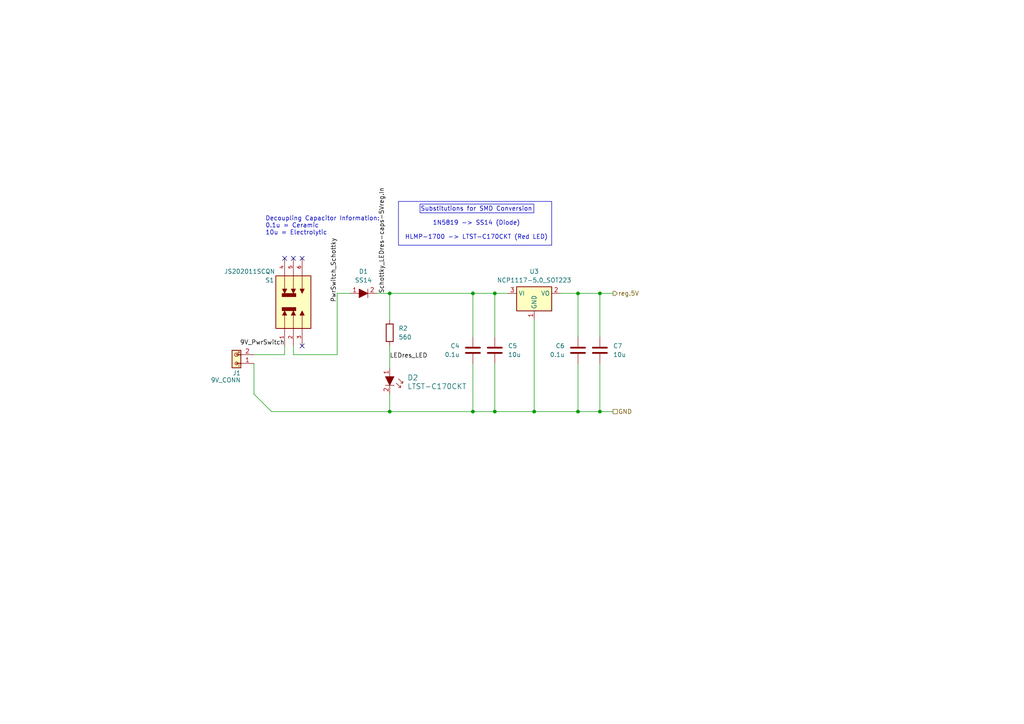
<source format=kicad_sch>
(kicad_sch (version 20231120) (generator "eeschema") (generator_version "8.0")
  (paper "A4")
  (lib_symbols
    (symbol "9VBatteryComponents:Conn_PP3_1" (pin_names (offset 1.016) hide)
      (property "Reference" "J1" (at -4.064 0 90))
      (property "Value" "9V_CONN" (at -6.35 3.048 90))
      (symbol "Conn_PP3_1_0_1"
        (circle (center -1.27 0) (radius 0.4303))
        (polyline (pts (xy -2.2431 -0.7334) (xy -1.7351 -0.7334)))
        (polyline (pts (xy 1.7465 -0.7248) (xy 2.2545 -0.7248)))
        (polyline (pts (xy 2.0005 -0.9788) (xy 2.0005 -0.4708)))
        (polyline (pts (xy 0.762 -0.254) (xy 0.762 0.254) (xy 1.016 0.508) (xy 1.524 0.508) (xy 1.778 0.254) (xy 1.778 -0.254) (xy 1.524 -0.508) (xy 1.016 -0.508) (xy 0.762 -0.254)))
      )
      (symbol "Conn_PP3_1_1_1"
        (polyline private (pts (xy -1.27 2.794) (xy -1.27 6.604) (xy -3.81 9.398)) (stroke (width 0) (type dash_dot)))
        (rectangle (start -2.54 1.27) (end 2.54 -1.27) (stroke (width 0.254)) (fill (type background)))
        (rectangle (start -1.397 -1.27) (end -1.143 0) (stroke (width 0.1524)))
        (polyline private (pts (xy 1.27 2.794) (xy 1.27 6.604) (xy 3.81 9.398)) (stroke (width 0) (type dash_dot)))
        (rectangle (start 1.143 0) (end 1.397 -1.27) (stroke (width 0.1524)))
        (text private "{terminal for 9V's GND}\n" (at -6.096 10.414 0) (effects (font (size 0.4064 0.4064) (thickness 0.0813) (bold yes))))
        (text private "{terminal for 9V's PWR}\n" (at 5.842 10.414 0) (effects (font (size 0.4064 0.4064) (thickness 0.0813) (bold yes))))
        (pin power_out line (at -1.27 -5.08 90) (length 3.81) (name "Pin_1") (number "1"))
        (pin power_out line (at 1.27 -5.08 90) (length 3.81) (name "Pin_2") (number "2"))
      )
    )
    (symbol "Device:C" (pin_numbers hide) (pin_names (offset 0.254))
      (property "Reference" "C" (at 0.635 2.54 0))
      (property "Value" "C" (at 0.635 -2.54 0))
      (symbol "C_0_1"
        (polyline (pts (xy -2.032 -0.762) (xy 2.032 -0.762)) (stroke (width 0.508)))
        (polyline (pts (xy -2.032 0.762) (xy 2.032 0.762)) (stroke (width 0.508)))
      )
      (symbol "C_1_1"
        (pin passive line (at 0 3.81 270) (length 2.794) (name "~") (number "1"))
        (pin passive line (at 0 -3.81 90) (length 2.794) (name "~") (number "2"))
      )
    )
    (symbol "Device:R" (pin_numbers hide) (pin_names (offset 0))
      (property "Reference" "R" (at 2.032 0 90))
      (property "Value" "R" (at 0 0 90))
      (symbol "R_0_1"
        (rectangle (start -1.016 -2.54) (end 1.016 2.54) (stroke (width 0.254)))
      )
      (symbol "R_1_1"
        (pin passive line (at 0 3.81 270) (length 1.27) (name "~") (number "1"))
        (pin passive line (at 0 -3.81 90) (length 1.27) (name "~") (number "2"))
      )
    )
    (symbol "JS202011SCQN:JS202011SCQN" (pin_names (offset 1.016))
      (property "Reference" "S5" (at 6.35 6.858 90))
      (property "Value" "JS202011SCQN" (at 8.89 12.7 90))
      (symbol "JS202011SCQN_0_0"
        (rectangle (start -7.62 -5.08) (end 7.62 5.08) (stroke (width 0.254)) (fill (type background)))
        (polyline (pts (xy -7.62 -2.54) (xy -3.81 -2.54)) (stroke (width 0.1524)))
        (polyline (pts (xy -7.62 0) (xy -3.81 0)) (stroke (width 0.1524)))
        (polyline (pts (xy -7.62 2.54) (xy -3.81 2.54)) (stroke (width 0.1524)))
        (polyline (pts (xy 7.62 -2.54) (xy 3.81 -2.54)) (stroke (width 0.1524)))
        (polyline (pts (xy 7.62 0) (xy 3.81 0)) (stroke (width 0.1524)))
        (polyline (pts (xy 7.62 2.54) (xy 3.81 2.54)) (stroke (width 0.1524)))
        (polyline (pts (xy -3.81 -1.905) (xy -3.81 -3.175) (xy -2.54 -2.54) (xy -3.81 -1.905)) (stroke (width 0.1524)) (fill (type outline)))
        (polyline (pts (xy -3.81 0.635) (xy -3.81 -0.635) (xy -2.54 0) (xy -3.81 0.635)) (stroke (width 0.1524)) (fill (type outline)))
        (polyline (pts (xy -3.81 3.175) (xy -3.81 1.905) (xy -2.54 2.54) (xy -3.81 3.175)) (stroke (width 0.1524)) (fill (type outline)))
        (polyline (pts (xy 3.81 -3.175) (xy 3.81 -1.905) (xy 2.54 -2.54) (xy 3.81 -3.175)) (stroke (width 0.1524)) (fill (type outline)))
        (polyline (pts (xy 3.81 -0.635) (xy 3.81 0.635) (xy 2.54 0) (xy 3.81 -0.635)) (stroke (width 0.1524)) (fill (type outline)))
        (polyline (pts (xy 3.81 1.905) (xy 3.81 3.175) (xy 2.54 2.54) (xy 3.81 1.905)) (stroke (width 0.1524)) (fill (type outline)))
        (polyline (pts (xy -2.54 3.302) (xy -2.54 -0.762) (xy -1.524 -0.762) (xy -1.524 3.302) (xy -2.54 3.302)) (stroke (width 0.0254)) (fill (type outline)))
        (polyline (pts (xy 1.524 3.302) (xy 1.524 -0.762) (xy 2.54 -0.762) (xy 2.54 3.302) (xy 1.524 3.302)) (stroke (width 0.0254)) (fill (type outline)))
        (pin passive line (at -12.7 -2.54 0) (length 5.08) (name "~") (number "3"))
        (pin passive line (at 12.7 2.54 180) (length 5.08) (name "~") (number "4"))
        (pin passive line (at 12.7 0 180) (length 5.08) (name "~") (number "5"))
        (pin passive line (at 12.7 -2.54 180) (length 5.08) (name "~") (number "6"))
      )
      (symbol "JS202011SCQN_1_0"
        (pin power_in line (at -12.7 2.54 0) (length 5.08) (name "~") (number "1"))
        (pin power_out line (at -12.7 0 0) (length 5.08) (name "~") (number "2"))
      )
    )
    (symbol "Regulator_Linear:NCP1117-5.0_SOT223"
      (property "Reference" "U" (at -3.81 3.175 0))
      (property "Value" "NCP1117-5.0_SOT223" (at 0 3.175 0))
      (symbol "NCP1117-5.0_SOT223_0_1"
        (rectangle (start -5.08 -5.08) (end 5.08 1.905) (stroke (width 0.254)) (fill (type background)))
      )
      (symbol "NCP1117-5.0_SOT223_1_1"
        (pin power_in line (at 0 -7.62 90) (length 2.54) (name "GND") (number "1"))
        (pin power_out line (at 7.62 0 180) (length 2.54) (name "VO") (number "2"))
        (pin power_in line (at -7.62 0 0) (length 2.54) (name "VI") (number "3"))
      )
    )
    (symbol "jd2Oscope_diodes:LTST-C170KFKT" (pin_names (offset 0))
      (property "Reference" "D2" (at -2.2226 5.08 90))
      (property "Value" "LTST-C170CKT" (at 0.3174 5.08 90))
      (symbol "LTST-C170KFKT_0_1"
        (polyline (pts (xy -0.635 3.81) (xy -1.905 2.54)))
        (polyline (pts (xy 0 1.27) (xy 0 -1.27)))
        (polyline (pts (xy 0.635 3.175) (xy -0.635 1.905)))
        (polyline (pts (xy -1.27 3.81) (xy -0.635 3.81) (xy -0.635 3.175)))
        (polyline (pts (xy 0 3.175) (xy 0.635 3.175) (xy 0.635 2.54)))
        (polyline (pts (xy -2.54 1.27) (xy -2.54 -1.27) (xy 0 0) (xy -2.54 1.27)) (fill (type outline)))
      )
      (symbol "LTST-C170KFKT_1_1"
        (pin passive line (at -5.08 0 0) (length 2.54) (name "~") (number "1"))
        (pin passive line (at 2.54 0 180) (length 2.54) (name "~") (number "2"))
      )
    )
    (symbol "jd2Oscope_diodes:SS14" (pin_names (offset 1.016))
      (property "Reference" "D1" (at 1.27 -6.35 0))
      (property "Value" "SS14" (at 1.27 -3.81 0))
      (symbol "SS14_0_1"
        (polyline (pts (xy 0 0) (xy 2.54 0)))
        (polyline (pts (xy 0 1.27) (xy 0 -1.27)))
        (polyline (pts (xy 2.54 1.27) (xy 2.54 -1.27) (xy 0 0) (xy 2.54 1.27)) (fill (type outline)))
      )
      (symbol "SS14_1_1"
        (pin power_in line (at 5.08 0 180) (length 2.54) (name "~") (number "1"))
        (pin power_out line (at -2.54 0 0) (length 2.54) (name "~") (number "2"))
      )
    )
  )
  (junction (at 167.64 85.09))
  (junction (at 154.94 119.38))
  (junction (at 167.64 119.38))
  (junction (at 137.16 85.09))
  (junction (at 173.99 119.38))
  (junction (at 143.51 85.09))
  (junction (at 113.03 85.09))
  (junction (at 143.51 119.38))
  (junction (at 137.16 119.38))
  (junction (at 113.03 119.38))
  (junction (at 173.99 85.09))
  (no_connect (at 87.63 74.93))
  (no_connect (at 85.09 74.93))
  (no_connect (at 82.55 74.93))
  (no_connect (at 87.63 100.33))
  (wire (pts (xy 173.99 119.38) (xy 177.8 119.38)))
  (wire (pts (xy 85.09 100.33) (xy 85.09 102.87)))
  (wire (pts (xy 73.66 102.87) (xy 82.55 102.87)))
  (wire (pts (xy 173.99 85.09) (xy 173.99 97.79)))
  (wire (pts (xy 173.99 85.09) (xy 177.8 85.09)))
  (wire (pts (xy 167.64 119.38) (xy 173.99 119.38)))
  (wire (pts (xy 162.56 85.09) (xy 167.64 85.09)))
  (wire (pts (xy 167.64 85.09) (xy 173.99 85.09)))
  (wire (pts (xy 167.64 85.09) (xy 167.64 97.79)))
  (wire (pts (xy 85.09 102.87) (xy 97.79 102.87)))
  (wire (pts (xy 82.55 100.33) (xy 82.55 102.87)))
  (wire (pts (xy 113.03 119.38) (xy 137.16 119.38)))
  (wire (pts (xy 137.16 85.09) (xy 137.16 97.79)))
  (wire (pts (xy 78.74 119.38) (xy 73.66 114.3)))
  (wire (pts (xy 167.64 105.41) (xy 167.64 119.38)))
  (wire (pts (xy 143.51 85.09) (xy 143.51 97.79)))
  (wire (pts (xy 154.94 92.71) (xy 154.94 119.38)))
  (wire (pts (xy 97.79 85.09) (xy 97.79 102.87)))
  (wire (pts (xy 137.16 119.38) (xy 143.51 119.38)))
  (wire (pts (xy 109.22 85.09) (xy 113.03 85.09)))
  (wire (pts (xy 113.03 114.3) (xy 113.03 119.38)))
  (wire (pts (xy 97.79 85.09) (xy 101.6 85.09)))
  (wire (pts (xy 143.51 85.09) (xy 147.32 85.09)))
  (wire (pts (xy 143.51 119.38) (xy 154.94 119.38)))
  (wire (pts (xy 113.03 92.71) (xy 113.03 85.09)))
  (wire (pts (xy 78.74 119.38) (xy 113.03 119.38)))
  (wire (pts (xy 154.94 119.38) (xy 167.64 119.38)))
  (wire (pts (xy 137.16 105.41) (xy 137.16 119.38)))
  (wire (pts (xy 73.66 105.41) (xy 73.66 114.3)))
  (wire (pts (xy 173.99 119.38) (xy 173.99 105.41)))
  (wire (pts (xy 113.03 100.33) (xy 113.03 106.68)))
  (wire (pts (xy 143.51 119.38) (xy 143.51 105.41)))
  (wire (pts (xy 113.03 85.09) (xy 137.16 85.09)))
  (wire (pts (xy 137.16 85.09) (xy 143.51 85.09)))
  (rectangle (start 115.57 58.42) (end 160.02 71.12))
  (rectangle (start 121.822 59.1872) (end 154.842 61.7272))
  (text "Substitutions for SMD Conversion\n\n1N5819 -> SS14 (Diode)\n\nHLMP-1700 -> LTST-C170CKT (Red LED)" (exclude_from_sim yes) (at 138.176 64.77 0) (effects (font (size 1.27 1.27))))
  (text "Decoupling Capacitor Information:\n0.1u = Ceramic\n10u = Electrolytic" (at 76.962 65.532 0) (effects (font (size 1.27 1.27)) (justify left)))
  (label "PwrSwitch_Schottky" (at 97.79 87.63 90) (property "Netclass" "PWR_9V" (effects (hide yes))))
  (label "9V_PwrSwitch" (at 82.55 100.33 180) (property "Netclass" "PWR_9V" (effects (hide yes))))
  (label "Schottky_LEDres-caps-5Vreg.In" (at 111.76 85.09 90) (property "Netclass" "PWR_9V" (effects (hide yes))))
  (label "LEDres_LED" (at 113.03 104.14 0) (property "Netclass" "PWR_9V" (effects (hide yes))))
  (hierarchical_label "GND" (shape passive) (at 177.8 119.38 0))
  (hierarchical_label "reg.5V" (shape output) (at 177.8 85.09 0) (property "Netclass" "PWR_5V" (effects (hide yes))))
  (symbol (lib_id "Device:C") (at 167.64 101.6 0) (mirror x) (unit 1)
    (property "Reference" "C6" (at 163.83 100.3299 0) (effects (justify right)))
    (property "Value" "0.1u" (at 163.83 102.8699 0) (effects (justify right)))
    (property "Footprint" "Capacitor_SMD:C_0603_1608Metric_Pad1.08x0.95mm_HandSolder" (effects (hide yes)))
    (property "Description" "Unpolarized capacitor" (effects (hide yes)))
  )
  (symbol (lib_id "9VBatteryComponents:Conn_PP3_1") (at 68.58 104.14 90) (unit 1)
    (property "Reference" "J1" (at 69.85 108.204 90) (effects (justify left)))
    (property "Value" "9V_CONN" (at 69.85 110.236 90) (effects (justify left)))
    (property "Footprint" "TerminalBlock_RND:TerminalBlock_RND_205-00001_1x02_P5.00mm_Horizontal" (effects (hide yes)))
    (property "Description" "PP3 connector for 9V batteries, single row, 01x02" (effects (hide yes)))
  )
  (symbol (lib_id "Device:C") (at 173.99 101.6 0) (unit 1)
    (property "Reference" "C7" (at 177.8 100.3299 0) (effects (justify left)))
    (property "Value" "10u" (at 177.8 102.8699 0) (effects (justify left)))
    (property "Footprint" "Capacitor_SMD:C_0603_1608Metric_Pad1.08x0.95mm_HandSolder" (effects (hide yes)))
    (property "Description" "Unpolarized capacitor" (effects (hide yes)))
  )
  (symbol (lib_id "Device:C") (at 137.16 101.6 0) (mirror x) (unit 1)
    (property "Reference" "C4" (at 133.35 100.3299 0) (effects (justify right)))
    (property "Value" "0.1u" (at 133.35 102.8699 0) (effects (justify right)))
    (property "Footprint" "Capacitor_SMD:C_0603_1608Metric_Pad1.08x0.95mm_HandSolder" (effects (hide yes)))
    (property "Description" "Unpolarized capacitor" (effects (hide yes)))
  )
  (symbol (lib_id "Device:R") (at 113.03 96.52 0) (unit 1)
    (property "Reference" "R2" (at 115.57 95.2499 0) (effects (justify left)))
    (property "Value" "560" (at 115.57 97.7899 0) (effects (justify left)))
    (property "Footprint" "Resistor_SMD:R_0603_1608Metric_Pad0.98x0.95mm_HandSolder" (effects (hide yes)))
    (property "Description" "Resistor" (effects (hide yes)))
  )
  (symbol (lib_id "jd2Oscope_diodes:LTST-C170KFKT") (at 113.03 111.76 270) (unit 1)
    (property "Reference" "D2" (at 118.11 109.5374 90) (effects (font (size 1.524 1.524)) (justify left)))
    (property "Value" "LTST-C170CKT" (at 118.11 112.0774 90) (effects (font (size 1.524 1.524)) (justify left)))
    (property "Footprint" "LED_SMD:LED_0805_2012Metric" (effects (hide yes)))
    (property "Datasheet" "https://media.digikey.com/pdf/Data%20Sheets/Lite-On%20PDFs/LTST-C170CKT.pdf" (effects (hide yes)))
    (property "Description" "LED RED CLEAR SMD" (effects (hide yes)))
    (property "Digi-Key_PN" "160-1184-1-ND" (effects (hide yes)))
    (property "MPN" "LTST-C170KFKT" (effects (hide yes)))
    (property "Category" "Optoelectronics" (effects (hide yes)))
    (property "Family" "LED Indication - Discrete" (effects (hide yes)))
    (property "DK_Datasheet_Link" "https://media.digikey.com/pdf/Data%20Sheets/Lite-On%20PDFs/LTST-C170CKT.pdf" (effects (hide yes)))
    (property "DK_Detail_Page" "/product-detail/en/lite-on-inc/LTST-C170CKT/160-1413-1-ND/386774" (effects (hide yes)))
    (property "Description_1" "LED RED CLEAR SMD" (effects (hide yes)))
    (property "Manufacturer" "Lite-On Inc." (effects (hide yes)))
    (property "Status" "Active" (effects (hide yes)))
  )
  (symbol (lib_id "Device:C") (at 143.51 101.6 0) (unit 1)
    (property "Reference" "C5" (at 147.32 100.3299 0) (effects (justify left)))
    (property "Value" "10u" (at 147.32 102.8699 0) (effects (justify left)))
    (property "Footprint" "Capacitor_SMD:C_0603_1608Metric_Pad1.08x0.95mm_HandSolder" (effects (hide yes)))
    (property "Description" "Unpolarized capacitor" (effects (hide yes)))
  )
  (symbol (lib_id "Regulator_Linear:NCP1117-5.0_SOT223") (at 154.94 85.09 0) (unit 1)
    (property "Reference" "U3" (at 154.94 78.74 0))
    (property "Value" "NCP1117-5.0_SOT223" (at 154.94 81.28 0))
    (property "Footprint" "Package_TO_SOT_SMD:SOT-223-3_TabPin2" (effects (hide yes)))
    (property "Datasheet" "http://www.onsemi.com/pub_link/Collateral/NCP1117-D.PDF" (effects (hide yes)))
    (property "Description" "1A Low drop-out regulator, Fixed Output 5V, SOT-223" (effects (hide yes)))
  )
  (symbol (lib_id "JS202011SCQN:JS202011SCQN") (at 85.09 87.63 90) (unit 1)
    (property "Reference" "S1" (at 78.232 81.28 90))
    (property "Value" "JS202011SCQN" (at 72.39 78.74 90))
    (property "Footprint" "jd2Oscope_Footprints:SW_JS202011SCQN" (effects (hide yes)))
    (property "MF" "C & K" (effects (hide yes)))
    (property "MAXIMUM_PACKAGE_HEIGHT" "5.5 mm" (effects (hide yes)))
    (property "Package" "None" (effects (hide yes)))
    (property "Price" "None" (effects (hide yes)))
    (property "Check_prices" "https://www.snapeda.com/parts/JS202011SCQN/C/view-part/?ref=eda" (effects (hide yes)))
    (property "STANDARD" "Manufacturer Recommendations" (effects (hide yes)))
    (property "PARTREV" "26 May 22" (effects (hide yes)))
    (property "SnapEDA_Link" "https://www.snapeda.com/parts/JS202011SCQN/C/view-part/?ref=snap" (effects (hide yes)))
    (property "MP" "JS202011SCQN" (effects (hide yes)))
    (property "Description_1" "\n                        \n                            Surface Mount Slide Switch Double Pole Double Throw (DPDT) Latching 300 mA Slide\n                        \n" (effects (hide yes)))
    (property "MANUFACTURER" "C&K" (effects (hide yes)))
    (property "Availability" "In Stock" (effects (hide yes)))
    (property "SNAPEDA_PN" "JS202011SCQN" (effects (hide yes)))
  )
  (symbol (lib_id "jd2Oscope_diodes:SS14") (at 106.68 85.09 180) (unit 1)
    (property "Reference" "D1" (at 105.41 78.74 0))
    (property "Value" "SS14" (at 105.41 81.28 0))
    (property "Footprint" "Diode_SMD:D_SOD-123" (effects (hide yes)))
    (property "Datasheet" "https://www.onsemi.com/pub/Collateral/SS19-D.PDF" (effects (hide yes)))
    (property "Description" "DIODE SCHOTTKY 40V 1A SMA" (effects (hide yes)))
    (property "Digi-Key_PN" "SS14CT-ND" (effects (hide yes)))
    (property "MPN" "SS14" (effects (hide yes)))
    (property "Category" "Discrete Semiconductor Products" (effects (hide yes)))
    (property "Family" "Diodes - Rectifiers - Single" (effects (hide yes)))
    (property "DK_Datasheet_Link" "https://www.onsemi.com/pub/Collateral/SS19-D.PDF" (effects (hide yes)))
    (property "DK_Detail_Page" "/product-detail/en/on-semiconductor/SS14/SS14CT-ND/965729" (effects (hide yes)))
    (property "Description_1" "DIODE SCHOTTKY 40V 1A SMA" (effects (hide yes)))
    (property "Manufacturer" "ON Semiconductor" (effects (hide yes)))
    (property "Status" "Active" (effects (hide yes)))
  )
)
</source>
